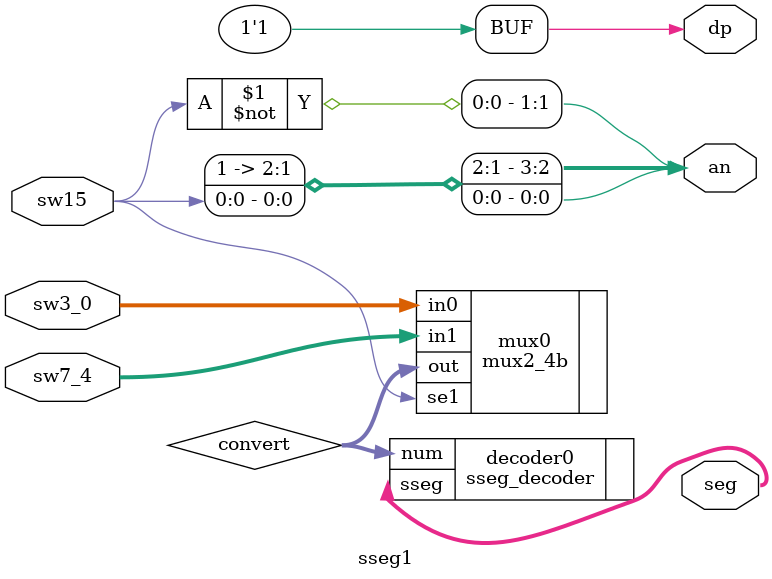
<source format=sv>
`timescale 1ns / 1ps


module sseg1(
    input [3:0] sw3_0, sw7_4,
    input sw15,
    output [3:0] an, 
    output [6:0] seg,
    output dp   
   );
   
   wire [3:0] convert;
   
   mux2_4b mux0(
    .in0(sw3_0),
    .in1(sw7_4),
    .se1(sw15),
    .out(convert)
    );
   
   sseg_decoder decoder0(
    .num(convert),
    .sseg(seg)
    );
    
    assign an[0] = sw15;
    assign an[1] = ~sw15;
    assign an[3:2] = 2'b11;
    assign dp = 1'b1;
    
endmodule

</source>
